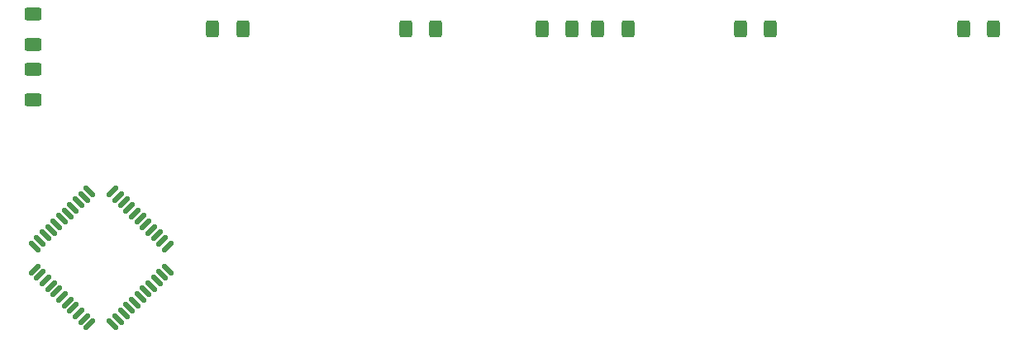
<source format=gbr>
%TF.GenerationSoftware,KiCad,Pcbnew,(6.0.2)*%
%TF.CreationDate,2023-05-21T11:07:31+01:00*%
%TF.ProjectId,Nixie Tube Interface Board,4e697869-6520-4547-9562-6520496e7465,rev?*%
%TF.SameCoordinates,Original*%
%TF.FileFunction,Paste,Bot*%
%TF.FilePolarity,Positive*%
%FSLAX46Y46*%
G04 Gerber Fmt 4.6, Leading zero omitted, Abs format (unit mm)*
G04 Created by KiCad (PCBNEW (6.0.2)) date 2023-05-21 11:07:31*
%MOMM*%
%LPD*%
G01*
G04 APERTURE LIST*
G04 Aperture macros list*
%AMRoundRect*
0 Rectangle with rounded corners*
0 $1 Rounding radius*
0 $2 $3 $4 $5 $6 $7 $8 $9 X,Y pos of 4 corners*
0 Add a 4 corners polygon primitive as box body*
4,1,4,$2,$3,$4,$5,$6,$7,$8,$9,$2,$3,0*
0 Add four circle primitives for the rounded corners*
1,1,$1+$1,$2,$3*
1,1,$1+$1,$4,$5*
1,1,$1+$1,$6,$7*
1,1,$1+$1,$8,$9*
0 Add four rect primitives between the rounded corners*
20,1,$1+$1,$2,$3,$4,$5,0*
20,1,$1+$1,$4,$5,$6,$7,0*
20,1,$1+$1,$6,$7,$8,$9,0*
20,1,$1+$1,$8,$9,$2,$3,0*%
G04 Aperture macros list end*
%ADD10RoundRect,0.137500X0.327037X0.521491X-0.521491X-0.327037X-0.327037X-0.521491X0.521491X0.327037X0*%
%ADD11RoundRect,0.137500X-0.327037X0.521491X-0.521491X0.327037X0.327037X-0.521491X0.521491X-0.327037X0*%
%ADD12RoundRect,0.250000X0.400000X0.625000X-0.400000X0.625000X-0.400000X-0.625000X0.400000X-0.625000X0*%
%ADD13RoundRect,0.250000X-0.400000X-0.625000X0.400000X-0.625000X0.400000X0.625000X-0.400000X0.625000X0*%
%ADD14RoundRect,0.250000X0.625000X-0.400000X0.625000X0.400000X-0.625000X0.400000X-0.625000X-0.400000X0*%
G04 APERTURE END LIST*
D10*
%TO.C,U1*%
X95790565Y-98577581D03*
X96356250Y-99143266D03*
X96921936Y-99708952D03*
X97487621Y-100274637D03*
X98053307Y-100840322D03*
X98618992Y-101406008D03*
X99184678Y-101971693D03*
X99750363Y-102537379D03*
X100316048Y-103103064D03*
X100881734Y-103668750D03*
X101447419Y-104234435D03*
D11*
X101447419Y-106585565D03*
X100881734Y-107151250D03*
X100316048Y-107716936D03*
X99750363Y-108282621D03*
X99184678Y-108848307D03*
X98618992Y-109413992D03*
X98053307Y-109979678D03*
X97487621Y-110545363D03*
X96921936Y-111111048D03*
X96356250Y-111676734D03*
X95790565Y-112242419D03*
D10*
X93439435Y-112242419D03*
X92873750Y-111676734D03*
X92308064Y-111111048D03*
X91742379Y-110545363D03*
X91176693Y-109979678D03*
X90611008Y-109413992D03*
X90045322Y-108848307D03*
X89479637Y-108282621D03*
X88913952Y-107716936D03*
X88348266Y-107151250D03*
X87782581Y-106585565D03*
D11*
X87782581Y-104234435D03*
X88348266Y-103668750D03*
X88913952Y-103103064D03*
X89479637Y-102537379D03*
X90045322Y-101971693D03*
X90611008Y-101406008D03*
X91176693Y-100840322D03*
X91742379Y-100274637D03*
X92308064Y-99708952D03*
X92873750Y-99143266D03*
X93439435Y-98577581D03*
%TD*%
D12*
%TO.C,R7*%
X142875000Y-81915000D03*
X139775000Y-81915000D03*
%TD*%
D13*
%TO.C,R8*%
X145490000Y-81915000D03*
X148590000Y-81915000D03*
%TD*%
%TO.C,R5*%
X160095000Y-81915000D03*
X163195000Y-81915000D03*
%TD*%
D12*
%TO.C,R3*%
X106045000Y-81915000D03*
X109145000Y-81915000D03*
%TD*%
D13*
%TO.C,R4*%
X128905000Y-81915000D03*
X125805000Y-81915000D03*
%TD*%
%TO.C,R6*%
X182955000Y-81915000D03*
X186055000Y-81915000D03*
%TD*%
D14*
%TO.C,R1*%
X87630000Y-89180000D03*
X87630000Y-86080000D03*
%TD*%
%TO.C,R2*%
X87630000Y-83465000D03*
X87630000Y-80365000D03*
%TD*%
M02*

</source>
